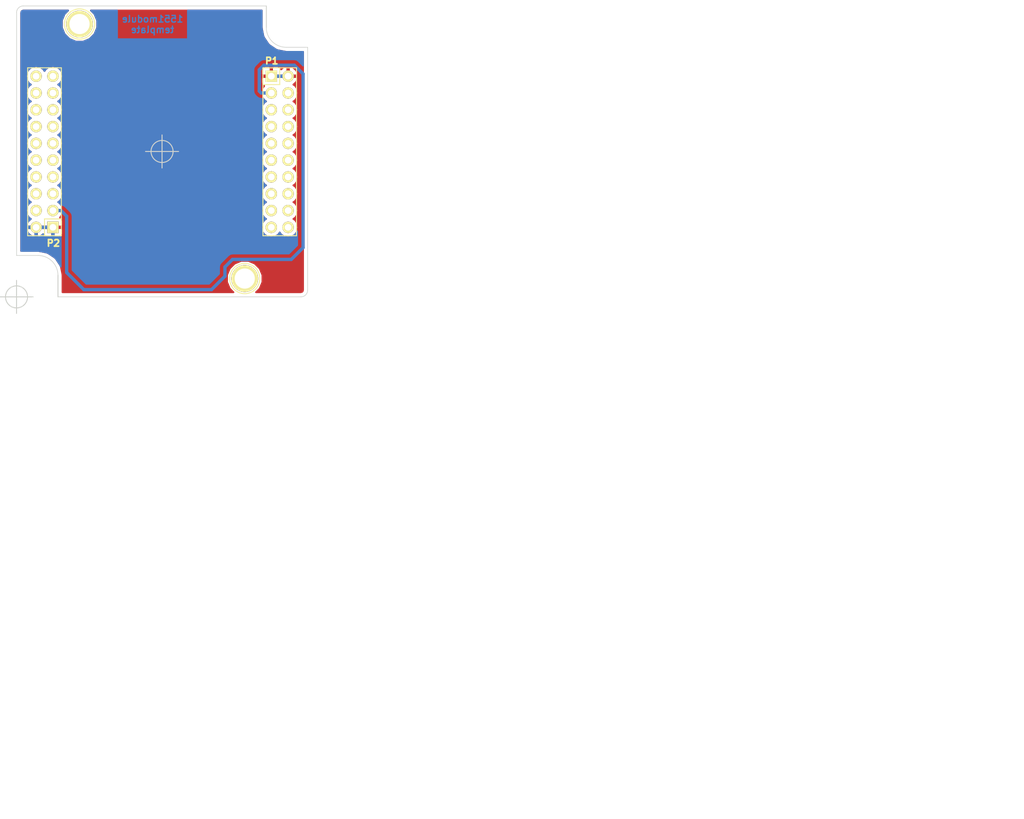
<source format=kicad_pcb>
(kicad_pcb (version 4) (host pcbnew "(2014-08-18 BZR 5081)-product")

  (general
    (links 4)
    (no_connects 0)
    (area 118.059999 71.462199 162.160001 115.562201)
    (thickness 1.6)
    (drawings 25)
    (tracks 26)
    (zones 0)
    (modules 4)
    (nets 3)
  )

  (page A4)
  (layers
    (0 F.Cu signal)
    (31 B.Cu signal)
    (32 B.Adhes user)
    (33 F.Adhes user)
    (34 B.Paste user)
    (35 F.Paste user)
    (36 B.SilkS user)
    (37 F.SilkS user)
    (38 B.Mask user)
    (39 F.Mask user)
    (40 Dwgs.User user)
    (41 Cmts.User user)
    (42 Eco1.User user)
    (43 Eco2.User user)
    (44 Edge.Cuts user)
    (45 Margin user)
  )

  (setup
    (last_trace_width 0.254)
    (user_trace_width 0.3)
    (user_trace_width 0.5)
    (user_trace_width 1)
    (trace_clearance 0.254)
    (zone_clearance 0.508)
    (zone_45_only no)
    (trace_min 0.254)
    (segment_width 0.2)
    (edge_width 0.15)
    (via_size 0.889)
    (via_drill 0.635)
    (via_min_size 0.889)
    (via_min_drill 0.3)
    (user_via 0.9 0.3)
    (uvia_size 0.508)
    (uvia_drill 0.127)
    (uvias_allowed no)
    (uvia_min_size 0.508)
    (uvia_min_drill 0.127)
    (pcb_text_width 0.3)
    (pcb_text_size 1 1)
    (mod_edge_width 0.15)
    (mod_text_size 1 1)
    (mod_text_width 0.2)
    (pad_size 4.064 4.064)
    (pad_drill 3.048)
    (pad_to_mask_clearance 0.1)
    (solder_mask_min_width 0.075)
    (aux_axis_origin 0 0)
    (visible_elements FFFFFF7F)
    (pcbplotparams
      (layerselection 0x010f8_80000001)
      (usegerberextensions true)
      (excludeedgelayer true)
      (linewidth 0.100000)
      (plotframeref false)
      (viasonmask false)
      (mode 1)
      (useauxorigin false)
      (hpglpennumber 1)
      (hpglpenspeed 20)
      (hpglpendiameter 15)
      (hpglpenoverlay 2)
      (psnegative false)
      (psa4output false)
      (plotreference true)
      (plotvalue false)
      (plotinvisibletext false)
      (padsonsilk false)
      (subtractmaskfromsilk false)
      (outputformat 1)
      (mirror false)
      (drillshape 0)
      (scaleselection 1)
      (outputdirectory ../Gerberfiles/Plot140916/))
  )

  (net 0 "")
  (net 1 GND)
  (net 2 /V_EXT)

  (net_class Default "Dies ist die voreingestellte Netzklasse."
    (clearance 0.254)
    (trace_width 0.254)
    (via_dia 0.889)
    (via_drill 0.635)
    (uvia_dia 0.508)
    (uvia_drill 0.127)
    (add_net /V_EXT)
    (add_net GND)
  )

  (module Pin_Headers:Pin_Header_Straight_2x10 locked (layer F.Cu) (tedit 54800425) (tstamp 5415F7D3)
    (at 122.33 93.57 90)
    (descr "Through hole pin header")
    (tags "pin header")
    (path /5413C067)
    (fp_text reference P2 (at -13.83 1.34 180) (layer F.SilkS)
      (effects (font (size 1 1) (thickness 0.25)))
    )
    (fp_text value CONN_02X10 (at 0 0 90) (layer F.SilkS) hide
      (effects (font (size 0.5 0.5) (thickness 0.1)))
    )
    (fp_line (start 12.7 -2.54) (end -12.7 -2.54) (layer F.SilkS) (width 0.15))
    (fp_line (start -10.16 2.54) (end 12.7 2.54) (layer F.SilkS) (width 0.15))
    (fp_line (start 12.7 -2.54) (end 12.7 2.54) (layer F.SilkS) (width 0.15))
    (fp_line (start -12.7 -2.54) (end -12.7 0) (layer F.SilkS) (width 0.15))
    (fp_line (start -12.7 2.54) (end -10.16 2.54) (layer F.SilkS) (width 0.15))
    (fp_line (start -12.7 0) (end -10.16 0) (layer F.SilkS) (width 0.15))
    (fp_line (start -10.16 0) (end -10.16 2.54) (layer F.SilkS) (width 0.15))
    (fp_line (start -12.7 2.54) (end -12.7 0) (layer F.SilkS) (width 0.15))
    (pad 1 thru_hole rect (at -11.43 1.27 90) (size 1.7272 1.7272) (drill 1.016) (layers *.Cu *.Mask F.SilkS)
      (net 1 GND))
    (pad 2 thru_hole oval (at -11.43 -1.27 90) (size 1.7272 1.7272) (drill 1.016) (layers *.Cu *.Mask F.SilkS)
      (net 1 GND))
    (pad 3 thru_hole oval (at -8.89 1.27 90) (size 1.7272 1.7272) (drill 1.016) (layers *.Cu *.Mask F.SilkS)
      (net 2 /V_EXT))
    (pad 4 thru_hole oval (at -8.89 -1.27 90) (size 1.7272 1.7272) (drill 1.016) (layers *.Cu *.Mask F.SilkS))
    (pad 5 thru_hole oval (at -6.35 1.27 90) (size 1.7272 1.7272) (drill 1.016) (layers *.Cu *.Mask F.SilkS))
    (pad 6 thru_hole oval (at -6.35 -1.27 90) (size 1.7272 1.7272) (drill 1.016) (layers *.Cu *.Mask F.SilkS))
    (pad 7 thru_hole oval (at -3.81 1.27 90) (size 1.7272 1.7272) (drill 1.016) (layers *.Cu *.Mask F.SilkS))
    (pad 8 thru_hole oval (at -3.81 -1.27 90) (size 1.7272 1.7272) (drill 1.016) (layers *.Cu *.Mask F.SilkS))
    (pad 9 thru_hole oval (at -1.27 1.27 90) (size 1.7272 1.7272) (drill 1.016) (layers *.Cu *.Mask F.SilkS))
    (pad 10 thru_hole oval (at -1.27 -1.27 90) (size 1.7272 1.7272) (drill 1.016) (layers *.Cu *.Mask F.SilkS))
    (pad 11 thru_hole oval (at 1.27 1.27 90) (size 1.7272 1.7272) (drill 1.016) (layers *.Cu *.Mask F.SilkS))
    (pad 12 thru_hole oval (at 1.27 -1.27 90) (size 1.7272 1.7272) (drill 1.016) (layers *.Cu *.Mask F.SilkS))
    (pad 13 thru_hole oval (at 3.81 1.27 90) (size 1.7272 1.7272) (drill 1.016) (layers *.Cu *.Mask F.SilkS))
    (pad 14 thru_hole oval (at 3.81 -1.27 90) (size 1.7272 1.7272) (drill 1.016) (layers *.Cu *.Mask F.SilkS))
    (pad 15 thru_hole oval (at 6.35 1.27 90) (size 1.7272 1.7272) (drill 1.016) (layers *.Cu *.Mask F.SilkS))
    (pad 16 thru_hole oval (at 6.35 -1.27 90) (size 1.7272 1.7272) (drill 1.016) (layers *.Cu *.Mask F.SilkS))
    (pad 17 thru_hole oval (at 8.89 1.27 90) (size 1.7272 1.7272) (drill 1.016) (layers *.Cu *.Mask F.SilkS))
    (pad 18 thru_hole oval (at 8.89 -1.27 90) (size 1.7272 1.7272) (drill 1.016) (layers *.Cu *.Mask F.SilkS))
    (pad 19 thru_hole oval (at 11.43 1.27 90) (size 1.7272 1.7272) (drill 1.016) (layers *.Cu *.Mask F.SilkS))
    (pad 20 thru_hole oval (at 11.43 -1.27 90) (size 1.7272 1.7272) (drill 1.016) (layers *.Cu *.Mask F.SilkS))
    (model Pin_Headers/Pin_Header_Straight_2x10.wrl
      (at (xyz 0 0 0))
      (scale (xyz 1 1 1))
      (rotate (xyz 0 0 0))
    )
  )

  (module Pin_Headers:Pin_Header_Straight_2x10 locked (layer F.Cu) (tedit 54800348) (tstamp 5415F9EC)
    (at 157.89 93.57 270)
    (descr "Through hole pin header")
    (tags "pin header")
    (path /5413B847)
    (fp_text reference P1 (at -13.745 1.21 360) (layer F.SilkS)
      (effects (font (size 1 1) (thickness 0.25)))
    )
    (fp_text value CONN_02X10 (at 0 0 270) (layer F.SilkS) hide
      (effects (font (size 0.5 0.5) (thickness 0.1)))
    )
    (fp_line (start 12.7 -2.54) (end -12.7 -2.54) (layer F.SilkS) (width 0.15))
    (fp_line (start -10.16 2.54) (end 12.7 2.54) (layer F.SilkS) (width 0.15))
    (fp_line (start 12.7 -2.54) (end 12.7 2.54) (layer F.SilkS) (width 0.15))
    (fp_line (start -12.7 -2.54) (end -12.7 0) (layer F.SilkS) (width 0.15))
    (fp_line (start -12.7 2.54) (end -10.16 2.54) (layer F.SilkS) (width 0.15))
    (fp_line (start -12.7 0) (end -10.16 0) (layer F.SilkS) (width 0.15))
    (fp_line (start -10.16 0) (end -10.16 2.54) (layer F.SilkS) (width 0.15))
    (fp_line (start -12.7 2.54) (end -12.7 0) (layer F.SilkS) (width 0.15))
    (pad 1 thru_hole rect (at -11.43 1.27 270) (size 1.7272 1.7272) (drill 1.016) (layers *.Cu *.Mask F.SilkS)
      (net 1 GND))
    (pad 2 thru_hole oval (at -11.43 -1.27 270) (size 1.7272 1.7272) (drill 1.016) (layers *.Cu *.Mask F.SilkS)
      (net 1 GND))
    (pad 3 thru_hole oval (at -8.89 1.27 270) (size 1.7272 1.7272) (drill 1.016) (layers *.Cu *.Mask F.SilkS)
      (net 2 /V_EXT))
    (pad 4 thru_hole oval (at -8.89 -1.27 270) (size 1.7272 1.7272) (drill 1.016) (layers *.Cu *.Mask F.SilkS))
    (pad 5 thru_hole oval (at -6.35 1.27 270) (size 1.7272 1.7272) (drill 1.016) (layers *.Cu *.Mask F.SilkS))
    (pad 6 thru_hole oval (at -6.35 -1.27 270) (size 1.7272 1.7272) (drill 1.016) (layers *.Cu *.Mask F.SilkS))
    (pad 7 thru_hole oval (at -3.81 1.27 270) (size 1.7272 1.7272) (drill 1.016) (layers *.Cu *.Mask F.SilkS))
    (pad 8 thru_hole oval (at -3.81 -1.27 270) (size 1.7272 1.7272) (drill 1.016) (layers *.Cu *.Mask F.SilkS))
    (pad 9 thru_hole oval (at -1.27 1.27 270) (size 1.7272 1.7272) (drill 1.016) (layers *.Cu *.Mask F.SilkS))
    (pad 10 thru_hole oval (at -1.27 -1.27 270) (size 1.7272 1.7272) (drill 1.016) (layers *.Cu *.Mask F.SilkS))
    (pad 11 thru_hole oval (at 1.27 1.27 270) (size 1.7272 1.7272) (drill 1.016) (layers *.Cu *.Mask F.SilkS))
    (pad 12 thru_hole oval (at 1.27 -1.27 270) (size 1.7272 1.7272) (drill 1.016) (layers *.Cu *.Mask F.SilkS))
    (pad 13 thru_hole oval (at 3.81 1.27 270) (size 1.7272 1.7272) (drill 1.016) (layers *.Cu *.Mask F.SilkS))
    (pad 14 thru_hole oval (at 3.81 -1.27 270) (size 1.7272 1.7272) (drill 1.016) (layers *.Cu *.Mask F.SilkS))
    (pad 15 thru_hole oval (at 6.35 1.27 270) (size 1.7272 1.7272) (drill 1.016) (layers *.Cu *.Mask F.SilkS))
    (pad 16 thru_hole oval (at 6.35 -1.27 270) (size 1.7272 1.7272) (drill 1.016) (layers *.Cu *.Mask F.SilkS))
    (pad 17 thru_hole oval (at 8.89 1.27 270) (size 1.7272 1.7272) (drill 1.016) (layers *.Cu *.Mask F.SilkS))
    (pad 18 thru_hole oval (at 8.89 -1.27 270) (size 1.7272 1.7272) (drill 1.016) (layers *.Cu *.Mask F.SilkS))
    (pad 19 thru_hole oval (at 11.43 1.27 270) (size 1.7272 1.7272) (drill 1.016) (layers *.Cu *.Mask F.SilkS))
    (pad 20 thru_hole oval (at 11.43 -1.27 270) (size 1.7272 1.7272) (drill 1.016) (layers *.Cu *.Mask F.SilkS))
    (model Pin_Headers/Pin_Header_Straight_2x10.wrl
      (at (xyz 0 0 0))
      (scale (xyz 1 1 1))
      (rotate (xyz 0 0 0))
    )
  )

  (module Connect:1pin locked (layer F.Cu) (tedit 54926EA6) (tstamp 5480011B)
    (at 127.625 74.25)
    (descr "module 1 pin (ou trou mecanique de percage)")
    (tags DEV)
    (fp_text reference X1 (at 3.85 -1.45) (layer F.SilkS) hide
      (effects (font (size 1 1) (thickness 0.25)))
    )
    (fp_text value P*** (at 0 2.794) (layer F.SilkS) hide
      (effects (font (size 1.016 1.016) (thickness 0.254)))
    )
    (fp_circle (center 0 0) (end 0 -2.286) (layer F.SilkS) (width 0.15))
    (pad 1 thru_hole circle (at 0 0) (size 4.064 4.064) (drill 3.048) (layers *.Cu *.Mask F.SilkS))
  )

  (module Connect:1pin locked (layer F.Cu) (tedit 54926EAC) (tstamp 54800146)
    (at 152.6 112.75)
    (descr "module 1 pin (ou trou mecanique de percage)")
    (tags DEV)
    (fp_text reference X2 (at 3.7 1.5) (layer F.SilkS) hide
      (effects (font (size 1 1) (thickness 0.25)))
    )
    (fp_text value P*** (at 0 2.794) (layer F.SilkS) hide
      (effects (font (size 1.016 1.016) (thickness 0.254)))
    )
    (fp_circle (center 0 0) (end 0 -2.286) (layer F.SilkS) (width 0.15))
    (pad 2 thru_hole circle (at 0 0) (size 4.064 4.064) (drill 3.048) (layers *.Cu *.Mask F.SilkS))
  )

  (dimension 17.800018 (width 0.25) (layer Dwgs.User)
    (gr_text "17,800 mm" (at 149.048753 128.249897 0.08047154753) (layer Dwgs.User)
      (effects (font (size 1 1) (thickness 0.25)))
    )
    (feature1 (pts (xy 140.1 93.55) (xy 140.150158 129.262396)))
    (feature2 (pts (xy 157.9 93.525) (xy 157.950158 129.237396)))
    (crossbar (pts (xy 157.947349 127.237398) (xy 140.147349 127.262398)))
    (arrow1a (pts (xy 140.147349 127.262398) (xy 141.273028 126.674396)))
    (arrow1b (pts (xy 140.147349 127.262398) (xy 141.274675 127.847236)))
    (arrow2a (pts (xy 157.947349 127.237398) (xy 156.820023 126.65256)))
    (arrow2b (pts (xy 157.947349 127.237398) (xy 156.82167 127.8254)))
  )
  (dimension 35.575 (width 0.25) (layer Dwgs.User)
    (gr_text "35,575 mm" (at 140.1125 133.725) (layer Dwgs.User)
      (effects (font (size 1 1) (thickness 0.25)))
    )
    (feature1 (pts (xy 122.325 93.55) (xy 122.325 134.725)))
    (feature2 (pts (xy 157.9 93.55) (xy 157.9 134.725)))
    (crossbar (pts (xy 157.9 132.725) (xy 122.325 132.725)))
    (arrow1a (pts (xy 122.325 132.725) (xy 123.451504 132.138579)))
    (arrow1b (pts (xy 122.325 132.725) (xy 123.451504 133.311421)))
    (arrow2a (pts (xy 157.9 132.725) (xy 156.773496 132.138579)))
    (arrow2b (pts (xy 157.9 132.725) (xy 156.773496 133.311421)))
  )
  (gr_text 16.12.2014 (at 214.825 193.1) (layer Dwgs.User)
    (effects (font (size 2 2) (thickness 0.15)))
  )
  (gr_text 0 (at 269.45 192.975) (layer Dwgs.User)
    (effects (font (size 2 2) (thickness 0.15)))
  )
  (gr_text "AT90S8535 Control Board" (at 205.525 189.575) (layer Dwgs.User)
    (effects (font (size 2 2) (thickness 0.15)))
  )
  (target plus (at 140.1 93.525) (size 5) (width 0.15) (layer Edge.Cuts))
  (target plus (at 118.1 115.525) (size 5) (width 0.15) (layer Edge.Cuts))
  (gr_text "BR2015\nRev 0" (at 122.05 79.6 90) (layer F.Cu)
    (effects (font (size 1 1) (thickness 0.2)) (justify left))
  )
  (gr_text "1551module\ntemplate" (at 138.65 74.3) (layer B.Cu)
    (effects (font (size 1 1) (thickness 0.2)) (justify mirror))
  )
  (gr_arc (start 161.11 114.5122) (end 161.11 115.5122) (angle -90) (layer Edge.Cuts) (width 0.1) (tstamp 5415F2DA))
  (gr_line (start 162.11 114.5122) (end 162.11 77.7622) (layer Edge.Cuts) (width 0.1) (tstamp 5415F2DB))
  (gr_line (start 124.36 115.5122) (end 161.11 115.5122) (layer Edge.Cuts) (width 0.1) (tstamp 5415F2D7))
  (gr_arc (start 119.11 72.5122) (end 119.11 71.5122) (angle -90) (layer Edge.Cuts) (width 0.1) (tstamp 5415F2D2))
  (gr_line (start 118.11 72.5122) (end 118.11 109.2622) (layer Edge.Cuts) (width 0.1) (tstamp 5415F2D3))
  (gr_line (start 155.86 71.5122) (end 119.11 71.5122) (layer Edge.Cuts) (width 0.1) (tstamp 5415F2D5))
  (gr_arc (start 158.86 74.7622) (end 155.86 74.7622) (angle -90) (layer Edge.Cuts) (width 0.1) (tstamp 5415F2CE))
  (gr_arc (start 121.36 112.2622) (end 124.36 112.2622) (angle -89.9999992) (layer Edge.Cuts) (width 0.1) (tstamp 5415F2D4))
  (gr_line (start 124.36 115.5122) (end 124.36 112.2622) (layer Edge.Cuts) (width 0.1) (tstamp 5415F2DD))
  (gr_line (start 118.11 109.2622) (end 121.36 109.2622) (layer Edge.Cuts) (width 0.1) (tstamp 5415F2D6))
  (gr_line (start 124.36 115.5122) (end 124.36 112.2622) (layer Edge.Cuts) (width 0.1) (tstamp 5415F2DC))
  (gr_line (start 124.36 115.5122) (end 124.36 112.2622) (layer Edge.Cuts) (width 0.1) (tstamp 5415F2D9))
  (gr_line (start 162.11 77.7622) (end 158.86 77.7622) (layer Edge.Cuts) (width 0.1) (tstamp 5415F2DE))
  (gr_line (start 155.86 71.5122) (end 155.86 74.7622) (layer Edge.Cuts) (width 0.1) (tstamp 5415F2CF))
  (gr_line (start 155.86 71.5122) (end 155.86 74.7622) (layer Edge.Cuts) (width 0.1) (tstamp 5415F2CD))
  (gr_line (start 155.86 71.5122) (end 155.86 74.7622) (layer Edge.Cuts) (width 0.1) (tstamp 5415F2D1))

  (segment (start 123.38 99.92) (end 123.38 99.62) (width 0.254) (layer F.Cu) (net 0) (status 30))
  (segment (start 123.38 99.92) (end 123.38 99.244) (width 0.254) (layer F.Cu) (net 0) (status 30))
  (segment (start 123.38 97.38) (end 123.38 96.704) (width 0.254) (layer F.Cu) (net 0) (status 30))
  (segment (start 123.38 94.84) (end 123.38 94.164) (width 0.254) (layer F.Cu) (net 0) (status 30))
  (segment (start 123.38 92.3) (end 123.38 91.624) (width 0.254) (layer F.Cu) (net 0) (status 30))
  (segment (start 124.09 90.25) (end 123.6 89.76) (width 0.254) (layer F.Cu) (net 0) (status 30))
  (segment (start 123.38 89.76) (end 123.38 89.084) (width 0.254) (layer F.Cu) (net 0) (status 30))
  (segment (start 156.5 89.425) (end 156.5 89.64) (width 0.254) (layer F.Cu) (net 0) (status 30))
  (segment (start 156.5 89.64) (end 156.62 89.76) (width 0.254) (layer F.Cu) (net 0) (status 30))
  (segment (start 124.821314 102.46) (end 125.677835 103.316521) (width 0.5) (layer B.Cu) (net 2))
  (segment (start 123.6 102.46) (end 124.821314 102.46) (width 0.5) (layer B.Cu) (net 2) (status 10))
  (segment (start 125.677835 111.834835) (end 128.27 114.427) (width 0.5) (layer B.Cu) (net 2))
  (segment (start 125.677835 103.316521) (end 125.677835 111.834835) (width 0.5) (layer B.Cu) (net 2))
  (segment (start 149.606 112.395) (end 149.606 110.998) (width 0.5) (layer B.Cu) (net 2))
  (segment (start 147.574 114.427) (end 149.606 112.395) (width 0.5) (layer B.Cu) (net 2))
  (segment (start 155.491 80.475) (end 154.8 81.166) (width 0.5) (layer B.Cu) (net 2))
  (segment (start 128.27 114.427) (end 147.574 114.427) (width 0.5) (layer B.Cu) (net 2))
  (segment (start 160.104 80.475) (end 155.491 80.475) (width 0.5) (layer B.Cu) (net 2))
  (segment (start 149.606 110.998) (end 150.749 109.855) (width 0.5) (layer B.Cu) (net 2))
  (segment (start 150.749 109.855) (end 159.639 109.855) (width 0.5) (layer B.Cu) (net 2))
  (segment (start 159.639 109.855) (end 161.417 108.077) (width 0.5) (layer B.Cu) (net 2))
  (segment (start 161.417 108.077) (end 161.417 81.788) (width 0.5) (layer B.Cu) (net 2))
  (segment (start 161.417 81.788) (end 160.104 80.475) (width 0.5) (layer B.Cu) (net 2))
  (segment (start 154.8 81.166) (end 154.8 84.4) (width 0.5) (layer B.Cu) (net 2))
  (segment (start 154.8 84.4) (end 155.08 84.68) (width 0.5) (layer B.Cu) (net 2))
  (segment (start 155.08 84.68) (end 156.62 84.68) (width 0.5) (layer B.Cu) (net 2) (status 20))

  (zone (net 1) (net_name GND) (layer B.Cu) (tstamp 541672C0) (hatch edge 0.508)
    (connect_pads (clearance 0.508))
    (min_thickness 0.254)
    (fill yes (arc_segments 16) (thermal_gap 0.508) (thermal_bridge_width 0.508))
    (polygon
      (pts
        (xy 163.449 116.205) (xy 117.602 116.205) (xy 117.602 70.612) (xy 163.449 70.612)
      )
    )
    (filled_polygon
      (pts
        (xy 159.307 82.267) (xy 159.287 82.267) (xy 159.287 82.287) (xy 159.033 82.287) (xy 159.033 82.267)
        (xy 157.95985 82.267) (xy 157.825531 82.267) (xy 156.747 82.267) (xy 156.747 82.287) (xy 156.493 82.287)
        (xy 156.493 82.267) (xy 156.473 82.267) (xy 156.473 82.013) (xy 156.493 82.013) (xy 156.493 81.993)
        (xy 156.747 81.993) (xy 156.747 82.013) (xy 157.825531 82.013) (xy 157.95985 82.013) (xy 159.033 82.013)
        (xy 159.033 81.993) (xy 159.287 81.993) (xy 159.287 82.013) (xy 159.307 82.013) (xy 159.307 82.267)
      )
    )
    (filled_polygon
      (pts
        (xy 161.425 80.54442) (xy 160.72979 79.84921) (xy 160.442675 79.657367) (xy 160.386484 79.646189) (xy 160.104 79.589999)
        (xy 160.103994 79.59) (xy 155.491005 79.59) (xy 155.491 79.589999) (xy 155.152326 79.657366) (xy 155.057054 79.721024)
        (xy 154.86521 79.84921) (xy 154.865207 79.849213) (xy 154.17421 80.54021) (xy 153.982367 80.827325) (xy 153.971189 80.883515)
        (xy 153.914999 81.166) (xy 153.915 81.166005) (xy 153.915 84.399994) (xy 153.914999 84.4) (xy 153.971189 84.682484)
        (xy 153.982367 84.738675) (xy 154.17421 85.02579) (xy 154.454207 85.305786) (xy 154.45421 85.30579) (xy 154.454211 85.30579)
        (xy 154.741325 85.497633) (xy 154.741326 85.497633) (xy 154.797515 85.50881) (xy 155.08 85.565001) (xy 155.08 85.565)
        (xy 155.080005 85.565) (xy 155.424002 85.565) (xy 155.56033 85.769029) (xy 155.831172 85.95) (xy 155.56033 86.130971)
        (xy 155.235474 86.617152) (xy 155.1214 87.190641) (xy 155.1214 87.249359) (xy 155.235474 87.822848) (xy 155.56033 88.309029)
        (xy 155.831172 88.49) (xy 155.56033 88.670971) (xy 155.235474 89.157152) (xy 155.1214 89.730641) (xy 155.1214 89.789359)
        (xy 155.235474 90.362848) (xy 155.56033 90.849029) (xy 155.831172 91.03) (xy 155.56033 91.210971) (xy 155.235474 91.697152)
        (xy 155.1214 92.270641) (xy 155.1214 92.329359) (xy 155.235474 92.902848) (xy 155.56033 93.389029) (xy 155.831172 93.57)
        (xy 155.56033 93.750971) (xy 155.235474 94.237152) (xy 155.1214 94.810641) (xy 155.1214 94.869359) (xy 155.235474 95.442848)
        (xy 155.56033 95.929029) (xy 155.831172 96.11) (xy 155.56033 96.290971) (xy 155.235474 96.777152) (xy 155.1214 97.350641)
        (xy 155.1214 97.409359) (xy 155.235474 97.982848) (xy 155.56033 98.469029) (xy 155.831172 98.65) (xy 155.56033 98.830971)
        (xy 155.235474 99.317152) (xy 155.1214 99.890641) (xy 155.1214 99.949359) (xy 155.235474 100.522848) (xy 155.56033 101.009029)
        (xy 155.831172 101.19) (xy 155.56033 101.370971) (xy 155.235474 101.857152) (xy 155.1214 102.430641) (xy 155.1214 102.489359)
        (xy 155.235474 103.062848) (xy 155.56033 103.549029) (xy 155.831172 103.73) (xy 155.56033 103.910971) (xy 155.235474 104.397152)
        (xy 155.1214 104.970641) (xy 155.1214 105.029359) (xy 155.235474 105.602848) (xy 155.56033 106.089029) (xy 156.046511 106.413885)
        (xy 156.62 106.527959) (xy 157.193489 106.413885) (xy 157.67967 106.089029) (xy 157.89 105.774248) (xy 158.10033 106.089029)
        (xy 158.586511 106.413885) (xy 159.16 106.527959) (xy 159.733489 106.413885) (xy 160.21967 106.089029) (xy 160.532 105.621594)
        (xy 160.532 107.71042) (xy 159.27242 108.97) (xy 150.749005 108.97) (xy 150.749 108.969999) (xy 150.410325 109.037367)
        (xy 150.12321 109.22921) (xy 150.123207 109.229213) (xy 148.98021 110.37221) (xy 148.788367 110.659325) (xy 148.777189 110.715515)
        (xy 148.720999 110.998) (xy 148.721 110.998005) (xy 148.721 112.02842) (xy 147.20742 113.542) (xy 128.636579 113.542)
        (xy 126.562835 111.468255) (xy 126.562835 103.316526) (xy 126.562835 103.316521) (xy 126.562836 103.316521) (xy 126.495469 102.977847)
        (xy 126.495468 102.977846) (xy 126.43181 102.882575) (xy 126.303625 102.690732) (xy 126.303625 102.690731) (xy 126.303621 102.690728)
        (xy 125.447104 101.83421) (xy 125.159989 101.642367) (xy 125.103798 101.631189) (xy 124.821314 101.574999) (xy 124.821308 101.575)
        (xy 124.795997 101.575) (xy 124.65967 101.370971) (xy 124.388827 101.19) (xy 124.65967 101.009029) (xy 124.984526 100.522848)
        (xy 125.0986 99.949359) (xy 125.0986 99.890641) (xy 124.984526 99.317152) (xy 124.65967 98.830971) (xy 124.388827 98.65)
        (xy 124.65967 98.469029) (xy 124.984526 97.982848) (xy 125.0986 97.409359) (xy 125.0986 97.350641) (xy 124.984526 96.777152)
        (xy 124.65967 96.290971) (xy 124.388827 96.11) (xy 124.65967 95.929029) (xy 124.984526 95.442848) (xy 125.0986 94.869359)
        (xy 125.0986 94.810641) (xy 124.984526 94.237152) (xy 124.65967 93.750971) (xy 124.388827 93.57) (xy 124.65967 93.389029)
        (xy 124.984526 92.902848) (xy 125.0986 92.329359) (xy 125.0986 92.270641) (xy 124.984526 91.697152) (xy 124.65967 91.210971)
        (xy 124.388827 91.03) (xy 124.65967 90.849029) (xy 124.984526 90.362848) (xy 125.0986 89.789359) (xy 125.0986 89.730641)
        (xy 124.984526 89.157152) (xy 124.65967 88.670971) (xy 124.388827 88.49) (xy 124.65967 88.309029) (xy 124.984526 87.822848)
        (xy 125.0986 87.249359) (xy 125.0986 87.190641) (xy 124.984526 86.617152) (xy 124.65967 86.130971) (xy 124.388827 85.95)
        (xy 124.65967 85.769029) (xy 124.984526 85.282848) (xy 125.0986 84.709359) (xy 125.0986 84.650641) (xy 124.984526 84.077152)
        (xy 124.65967 83.590971) (xy 124.388827 83.41) (xy 124.65967 83.229029) (xy 124.984526 82.742848) (xy 125.0986 82.169359)
        (xy 125.0986 82.110641) (xy 124.984526 81.537152) (xy 124.65967 81.050971) (xy 124.173489 80.726115) (xy 123.6 80.612041)
        (xy 123.026511 80.726115) (xy 122.54033 81.050971) (xy 122.33 81.365751) (xy 122.11967 81.050971) (xy 121.633489 80.726115)
        (xy 121.06 80.612041) (xy 120.486511 80.726115) (xy 120.00033 81.050971) (xy 119.675474 81.537152) (xy 119.5614 82.110641)
        (xy 119.5614 82.169359) (xy 119.675474 82.742848) (xy 120.00033 83.229029) (xy 120.271172 83.41) (xy 120.00033 83.590971)
        (xy 119.675474 84.077152) (xy 119.5614 84.650641) (xy 119.5614 84.709359) (xy 119.675474 85.282848) (xy 120.00033 85.769029)
        (xy 120.271172 85.95) (xy 120.00033 86.130971) (xy 119.675474 86.617152) (xy 119.5614 87.190641) (xy 119.5614 87.249359)
        (xy 119.675474 87.822848) (xy 120.00033 88.309029) (xy 120.271172 88.49) (xy 120.00033 88.670971) (xy 119.675474 89.157152)
        (xy 119.5614 89.730641) (xy 119.5614 89.789359) (xy 119.675474 90.362848) (xy 120.00033 90.849029) (xy 120.271172 91.03)
        (xy 120.00033 91.210971) (xy 119.675474 91.697152) (xy 119.5614 92.270641) (xy 119.5614 92.329359) (xy 119.675474 92.902848)
        (xy 120.00033 93.389029) (xy 120.271172 93.57) (xy 120.00033 93.750971) (xy 119.675474 94.237152) (xy 119.5614 94.810641)
        (xy 119.5614 94.869359) (xy 119.675474 95.442848) (xy 120.00033 95.929029) (xy 120.271172 96.11) (xy 120.00033 96.290971)
        (xy 119.675474 96.777152) (xy 119.5614 97.350641) (xy 119.5614 97.409359) (xy 119.675474 97.982848) (xy 120.00033 98.469029)
        (xy 120.271172 98.65) (xy 120.00033 98.830971) (xy 119.675474 99.317152) (xy 119.5614 99.890641) (xy 119.5614 99.949359)
        (xy 119.675474 100.522848) (xy 120.00033 101.009029) (xy 120.271172 101.19) (xy 120.00033 101.370971) (xy 119.675474 101.857152)
        (xy 119.5614 102.430641) (xy 119.5614 102.489359) (xy 119.675474 103.062848) (xy 120.00033 103.549029) (xy 120.27116 103.729992)
        (xy 119.853179 104.11151) (xy 119.605032 104.640973) (xy 119.725531 104.873) (xy 120.933 104.873) (xy 120.933 104.853)
        (xy 121.187 104.853) (xy 121.187 104.873) (xy 122.26015 104.873) (xy 122.394469 104.873) (xy 123.473 104.873)
        (xy 123.473 104.853) (xy 123.727 104.853) (xy 123.727 104.873) (xy 123.747 104.873) (xy 123.747 105.127)
        (xy 123.727 105.127) (xy 123.727 106.33985) (xy 123.88575 106.4986) (xy 124.337291 106.4986) (xy 124.58991 106.4986)
        (xy 124.792835 106.414545) (xy 124.792835 110.954821) (xy 124.731152 110.805908) (xy 124.701195 110.733585) (xy 124.701195 110.733584)
        (xy 124.050876 109.760315) (xy 124.050876 109.760314) (xy 123.956381 109.665819) (xy 123.861886 109.571323) (xy 123.473 109.311477)
        (xy 123.473 106.33985) (xy 123.473 105.127) (xy 122.394469 105.127) (xy 122.26015 105.127) (xy 121.187 105.127)
        (xy 121.187 106.333817) (xy 121.419026 106.454958) (xy 121.834947 106.282688) (xy 122.116299 106.02588) (xy 122.198073 106.223298)
        (xy 122.376701 106.401927) (xy 122.61009 106.4986) (xy 122.862709 106.4986) (xy 123.31425 106.4986) (xy 123.473 106.33985)
        (xy 123.473 109.311477) (xy 122.888616 108.921005) (xy 122.641687 108.818723) (xy 121.493637 108.590362) (xy 121.42617 108.590362)
        (xy 121.36 108.5772) (xy 120.933 108.5772) (xy 120.933 106.333817) (xy 120.933 105.127) (xy 119.725531 105.127)
        (xy 119.605032 105.359027) (xy 119.853179 105.88849) (xy 120.285053 106.282688) (xy 120.700974 106.454958) (xy 120.933 106.333817)
        (xy 120.933 108.5772) (xy 118.795 108.5772) (xy 118.795 72.579665) (xy 118.831375 72.39679) (xy 118.896751 72.298949)
        (xy 118.99459 72.233576) (xy 119.177465 72.1972) (xy 125.906381 72.1972) (xy 125.365345 72.737293) (xy 124.958464 73.717173)
        (xy 124.957538 74.778172) (xy 125.362709 75.758761) (xy 126.112293 76.509655) (xy 127.092173 76.916536) (xy 128.153172 76.917462)
        (xy 129.133761 76.512291) (xy 129.884655 75.762707) (xy 130.291536 74.782827) (xy 130.292462 73.721828) (xy 129.887291 72.741239)
        (xy 129.344201 72.1972) (xy 133.295952 72.1972) (xy 133.295952 76.535) (xy 144.004048 76.535) (xy 144.004048 72.1972)
        (xy 155.175 72.1972) (xy 155.175 74.7622) (xy 155.188162 74.82837) (xy 155.188162 74.895837) (xy 155.416523 76.043887)
        (xy 155.518805 76.290816) (xy 156.169123 77.264086) (xy 156.263619 77.358581) (xy 156.358114 77.453076) (xy 156.358115 77.453076)
        (xy 157.331384 78.103395) (xy 157.331385 78.103395) (xy 157.403708 78.133352) (xy 157.578313 78.205677) (xy 158.726364 78.434038)
        (xy 158.793829 78.434037) (xy 158.86 78.4472) (xy 161.425 78.4472) (xy 161.425 80.54442)
      )
    )
  )
  (zone (net 1) (net_name GND) (layer F.Cu) (tstamp 54167312) (hatch edge 0.508)
    (connect_pads (clearance 0.508))
    (min_thickness 0.254)
    (fill yes (arc_segments 16) (thermal_gap 0.508) (thermal_bridge_width 0.508))
    (polygon
      (pts
        (xy 163.449 116.205) (xy 117.602 116.205) (xy 117.602 70.612) (xy 163.449 70.612)
      )
    )
    (filled_polygon
      (pts
        (xy 161.425 114.444734) (xy 161.388623 114.627609) (xy 161.32325 114.725448) (xy 161.225409 114.790824) (xy 161.042534 114.8272)
        (xy 160.6586 114.8272) (xy 160.6586 105.029359) (xy 160.6586 104.970641) (xy 160.544526 104.397152) (xy 160.21967 103.910971)
        (xy 159.948827 103.73) (xy 160.21967 103.549029) (xy 160.544526 103.062848) (xy 160.6586 102.489359) (xy 160.6586 102.430641)
        (xy 160.544526 101.857152) (xy 160.21967 101.370971) (xy 159.948827 101.19) (xy 160.21967 101.009029) (xy 160.544526 100.522848)
        (xy 160.6586 99.949359) (xy 160.6586 99.890641) (xy 160.544526 99.317152) (xy 160.21967 98.830971) (xy 159.948827 98.65)
        (xy 160.21967 98.469029) (xy 160.544526 97.982848) (xy 160.6586 97.409359) (xy 160.6586 97.350641) (xy 160.544526 96.777152)
        (xy 160.21967 96.290971) (xy 159.948827 96.11) (xy 160.21967 95.929029) (xy 160.544526 95.442848) (xy 160.6586 94.869359)
        (xy 160.6586 94.810641) (xy 160.544526 94.237152) (xy 160.21967 93.750971) (xy 159.948827 93.57) (xy 160.21967 93.389029)
        (xy 160.544526 92.902848) (xy 160.6586 92.329359) (xy 160.6586 92.270641) (xy 160.544526 91.697152) (xy 160.21967 91.210971)
        (xy 159.948827 91.03) (xy 160.21967 90.849029) (xy 160.544526 90.362848) (xy 160.6586 89.789359) (xy 160.6586 89.730641)
        (xy 160.544526 89.157152) (xy 160.21967 88.670971) (xy 159.948827 88.49) (xy 160.21967 88.309029) (xy 160.544526 87.822848)
        (xy 160.6586 87.249359) (xy 160.6586 87.190641) (xy 160.544526 86.617152) (xy 160.21967 86.130971) (xy 159.948827 85.95)
        (xy 160.21967 85.769029) (xy 160.544526 85.282848) (xy 160.6586 84.709359) (xy 160.6586 84.650641) (xy 160.544526 84.077152)
        (xy 160.21967 83.590971) (xy 159.948839 83.410007) (xy 160.366821 83.02849) (xy 160.614968 82.499027) (xy 160.614968 81.780973)
        (xy 160.366821 81.25151) (xy 159.934947 80.857312) (xy 159.519026 80.685042) (xy 159.287 80.806183) (xy 159.287 82.013)
        (xy 160.494469 82.013) (xy 160.614968 81.780973) (xy 160.614968 82.499027) (xy 160.494469 82.267) (xy 159.287 82.267)
        (xy 159.287 82.287) (xy 159.033 82.287) (xy 159.033 82.267) (xy 159.033 82.013) (xy 159.033 80.806183)
        (xy 158.800974 80.685042) (xy 158.385053 80.857312) (xy 158.1037 81.114119) (xy 158.021927 80.916702) (xy 157.843299 80.738073)
        (xy 157.60991 80.6414) (xy 157.357291 80.6414) (xy 156.90575 80.6414) (xy 156.747 80.80015) (xy 156.747 82.013)
        (xy 157.825531 82.013) (xy 157.95985 82.013) (xy 159.033 82.013) (xy 159.033 82.267) (xy 157.95985 82.267)
        (xy 157.825531 82.267) (xy 156.747 82.267) (xy 156.747 82.287) (xy 156.493 82.287) (xy 156.493 82.267)
        (xy 156.493 82.013) (xy 156.493 80.80015) (xy 156.33425 80.6414) (xy 155.882709 80.6414) (xy 155.63009 80.6414)
        (xy 155.396701 80.738073) (xy 155.218073 80.916702) (xy 155.1214 81.150091) (xy 155.1214 81.85425) (xy 155.28015 82.013)
        (xy 156.493 82.013) (xy 156.493 82.267) (xy 155.28015 82.267) (xy 155.1214 82.42575) (xy 155.1214 83.129909)
        (xy 155.218073 83.363298) (xy 155.396701 83.541927) (xy 155.550526 83.605643) (xy 155.235474 84.077152) (xy 155.1214 84.650641)
        (xy 155.1214 84.709359) (xy 155.235474 85.282848) (xy 155.56033 85.769029) (xy 155.831172 85.95) (xy 155.56033 86.130971)
        (xy 155.235474 86.617152) (xy 155.1214 87.190641) (xy 155.1214 87.249359) (xy 155.235474 87.822848) (xy 155.56033 88.309029)
        (xy 155.831172 88.49) (xy 155.56033 88.670971) (xy 155.235474 89.157152) (xy 155.1214 89.730641) (xy 155.1214 89.789359)
        (xy 155.235474 90.362848) (xy 155.56033 90.849029) (xy 155.831172 91.03) (xy 155.56033 91.210971) (xy 155.235474 91.697152)
        (xy 155.1214 92.270641) (xy 155.1214 92.329359) (xy 155.235474 92.902848) (xy 155.56033 93.389029) (xy 155.831172 93.57)
        (xy 155.56033 93.750971) (xy 155.235474 94.237152) (xy 155.1214 94.810641) (xy 155.1214 94.869359) (xy 155.235474 95.442848)
        (xy 155.56033 95.929029) (xy 155.831172 96.11) (xy 155.56033 96.290971) (xy 155.235474 96.777152) (xy 155.1214 97.350641)
        (xy 155.1214 97.409359) (xy 155.235474 97.982848) (xy 155.56033 98.469029) (xy 155.831172 98.65) (xy 155.56033 98.830971)
        (xy 155.235474 99.317152) (xy 155.1214 99.890641) (xy 155.1214 99.949359) (xy 155.235474 100.522848) (xy 155.56033 101.009029)
        (xy 155.831172 101.19) (xy 155.56033 101.370971) (xy 155.235474 101.857152) (xy 155.1214 102.430641) (xy 155.1214 102.489359)
        (xy 155.235474 103.062848) (xy 155.56033 103.549029) (xy 155.831172 103.73) (xy 155.56033 103.910971) (xy 155.235474 104.397152)
        (xy 155.1214 104.970641) (xy 155.1214 105.029359) (xy 155.235474 105.602848) (xy 155.56033 106.089029) (xy 156.046511 106.413885)
        (xy 156.62 106.527959) (xy 157.193489 106.413885) (xy 157.67967 106.089029) (xy 157.89 105.774248) (xy 158.10033 106.089029)
        (xy 158.586511 106.413885) (xy 159.16 106.527959) (xy 159.733489 106.413885) (xy 160.21967 106.089029) (xy 160.544526 105.602848)
        (xy 160.6586 105.029359) (xy 160.6586 114.8272) (xy 154.294175 114.8272) (xy 154.859655 114.262707) (xy 155.266536 113.282827)
        (xy 155.267462 112.221828) (xy 154.862291 111.241239) (xy 154.112707 110.490345) (xy 153.132827 110.083464) (xy 152.071828 110.082538)
        (xy 151.091239 110.487709) (xy 150.340345 111.237293) (xy 149.933464 112.217173) (xy 149.932538 113.278172) (xy 150.337709 114.258761)
        (xy 150.905156 114.8272) (xy 125.0986 114.8272) (xy 125.0986 105.989909) (xy 125.0986 105.28575) (xy 125.0986 104.71425)
        (xy 125.0986 104.010091) (xy 125.001927 103.776702) (xy 124.823299 103.598073) (xy 124.669473 103.534356) (xy 124.984526 103.062848)
        (xy 125.0986 102.489359) (xy 125.0986 102.430641) (xy 124.984526 101.857152) (xy 124.65967 101.370971) (xy 124.388827 101.19)
        (xy 124.65967 101.009029) (xy 124.984526 100.522848) (xy 125.0986 99.949359) (xy 125.0986 99.890641) (xy 124.984526 99.317152)
        (xy 124.65967 98.830971) (xy 124.388827 98.65) (xy 124.65967 98.469029) (xy 124.984526 97.982848) (xy 125.0986 97.409359)
        (xy 125.0986 97.350641) (xy 124.984526 96.777152) (xy 124.65967 96.290971) (xy 124.388827 96.11) (xy 124.65967 95.929029)
        (xy 124.984526 95.442848) (xy 125.0986 94.869359) (xy 125.0986 94.810641) (xy 124.984526 94.237152) (xy 124.65967 93.750971)
        (xy 124.388827 93.57) (xy 124.65967 93.389029) (xy 124.984526 92.902848) (xy 125.0986 92.329359) (xy 125.0986 92.270641)
        (xy 124.984526 91.697152) (xy 124.65967 91.210971) (xy 124.388827 91.03) (xy 124.65967 90.849029) (xy 124.984526 90.362848)
        (xy 125.0986 89.789359) (xy 125.0986 89.730641) (xy 124.984526 89.157152) (xy 124.65967 88.670971) (xy 124.388827 88.49)
        (xy 124.65967 88.309029) (xy 124.984526 87.822848) (xy 125.0986 87.249359) (xy 125.0986 87.190641) (xy 124.984526 86.617152)
        (xy 124.65967 86.130971) (xy 124.388827 85.95) (xy 124.65967 85.769029) (xy 124.984526 85.282848) (xy 125.0986 84.709359)
        (xy 125.0986 84.650641) (xy 124.984526 84.077152) (xy 124.65967 83.590971) (xy 124.388827 83.41) (xy 124.65967 83.229029)
        (xy 124.984526 82.742848) (xy 125.0986 82.169359) (xy 125.0986 82.110641) (xy 124.984526 81.537152) (xy 124.65967 81.050971)
        (xy 124.285 80.800624) (xy 124.285 80.335) (xy 124.285 73.055476) (xy 119.615 73.055476) (xy 119.615 80.335)
        (xy 124.285 80.335) (xy 124.285 80.800624) (xy 124.173489 80.726115) (xy 123.6 80.612041) (xy 123.026511 80.726115)
        (xy 122.54033 81.050971) (xy 122.33 81.365751) (xy 122.11967 81.050971) (xy 121.633489 80.726115) (xy 121.06 80.612041)
        (xy 120.486511 80.726115) (xy 120.00033 81.050971) (xy 119.675474 81.537152) (xy 119.5614 82.110641) (xy 119.5614 82.169359)
        (xy 119.675474 82.742848) (xy 120.00033 83.229029) (xy 120.271172 83.41) (xy 120.00033 83.590971) (xy 119.675474 84.077152)
        (xy 119.5614 84.650641) (xy 119.5614 84.709359) (xy 119.675474 85.282848) (xy 120.00033 85.769029) (xy 120.271172 85.95)
        (xy 120.00033 86.130971) (xy 119.675474 86.617152) (xy 119.5614 87.190641) (xy 119.5614 87.249359) (xy 119.675474 87.822848)
        (xy 120.00033 88.309029) (xy 120.271172 88.49) (xy 120.00033 88.670971) (xy 119.675474 89.157152) (xy 119.5614 89.730641)
        (xy 119.5614 89.789359) (xy 119.675474 90.362848) (xy 120.00033 90.849029) (xy 120.271172 91.03) (xy 120.00033 91.210971)
        (xy 119.675474 91.697152) (xy 119.5614 92.270641) (xy 119.5614 92.329359) (xy 119.675474 92.902848) (xy 120.00033 93.389029)
        (xy 120.271172 93.57) (xy 120.00033 93.750971) (xy 119.675474 94.237152) (xy 119.5614 94.810641) (xy 119.5614 94.869359)
        (xy 119.675474 95.442848) (xy 120.00033 95.929029) (xy 120.271172 96.11) (xy 120.00033 96.290971) (xy 119.675474 96.777152)
        (xy 119.5614 97.350641) (xy 119.5614 97.409359) (xy 119.675474 97.982848) (xy 120.00033 98.469029) (xy 120.271172 98.65)
        (xy 120.00033 98.830971) (xy 119.675474 99.317152) (xy 119.5614 99.890641) (xy 119.5614 99.949359) (xy 119.675474 100.522848)
        (xy 120.00033 101.009029) (xy 120.271172 101.19) (xy 120.00033 101.370971) (xy 119.675474 101.857152) (xy 119.5614 102.430641)
        (xy 119.5614 102.489359) (xy 119.675474 103.062848) (xy 120.00033 103.549029) (xy 120.27116 103.729992) (xy 119.853179 104.11151)
        (xy 119.605032 104.640973) (xy 119.725531 104.873) (xy 120.933 104.873) (xy 120.933 104.853) (xy 121.187 104.853)
        (xy 121.187 104.873) (xy 122.26015 104.873) (xy 122.394469 104.873) (xy 123.473 104.873) (xy 123.473 104.853)
        (xy 123.727 104.853) (xy 123.727 104.873) (xy 124.93985 104.873) (xy 125.0986 104.71425) (xy 125.0986 105.28575)
        (xy 124.93985 105.127) (xy 123.727 105.127) (xy 123.727 106.33985) (xy 123.88575 106.4986) (xy 124.337291 106.4986)
        (xy 124.58991 106.4986) (xy 124.823299 106.401927) (xy 125.001927 106.223298) (xy 125.0986 105.989909) (xy 125.0986 114.8272)
        (xy 125.045 114.8272) (xy 125.045 112.2622) (xy 125.031837 112.196029) (xy 125.031838 112.128564) (xy 124.803477 110.980513)
        (xy 124.731152 110.805908) (xy 124.701195 110.733585) (xy 124.701195 110.733584) (xy 124.050876 109.760315) (xy 124.050876 109.760314)
        (xy 123.956381 109.665819) (xy 123.861886 109.571323) (xy 123.473 109.311477) (xy 123.473 106.33985) (xy 123.473 105.127)
        (xy 122.394469 105.127) (xy 122.26015 105.127) (xy 121.187 105.127) (xy 121.187 106.333817) (xy 121.419026 106.454958)
        (xy 121.834947 106.282688) (xy 122.116299 106.02588) (xy 122.198073 106.223298) (xy 122.376701 106.401927) (xy 122.61009 106.4986)
        (xy 122.862709 106.4986) (xy 123.31425 106.4986) (xy 123.473 106.33985) (xy 123.473 109.311477) (xy 122.888616 108.921005)
        (xy 122.641687 108.818723) (xy 121.493637 108.590362) (xy 121.42617 108.590362) (xy 121.36 108.5772) (xy 120.933 108.5772)
        (xy 120.933 106.333817) (xy 120.933 105.127) (xy 119.725531 105.127) (xy 119.605032 105.359027) (xy 119.853179 105.88849)
        (xy 120.285053 106.282688) (xy 120.700974 106.454958) (xy 120.933 106.333817) (xy 120.933 108.5772) (xy 118.795 108.5772)
        (xy 118.795 72.579665) (xy 118.831375 72.39679) (xy 118.896751 72.298949) (xy 118.99459 72.233576) (xy 119.177465 72.1972)
        (xy 125.906381 72.1972) (xy 125.365345 72.737293) (xy 124.958464 73.717173) (xy 124.957538 74.778172) (xy 125.362709 75.758761)
        (xy 126.112293 76.509655) (xy 127.092173 76.916536) (xy 128.153172 76.917462) (xy 129.133761 76.512291) (xy 129.884655 75.762707)
        (xy 130.291536 74.782827) (xy 130.292462 73.721828) (xy 129.887291 72.741239) (xy 129.344201 72.1972) (xy 155.175 72.1972)
        (xy 155.175 74.7622) (xy 155.188162 74.82837) (xy 155.188162 74.895837) (xy 155.416523 76.043887) (xy 155.518805 76.290816)
        (xy 156.169123 77.264086) (xy 156.263619 77.358581) (xy 156.358114 77.453076) (xy 156.358115 77.453076) (xy 157.331384 78.103395)
        (xy 157.331385 78.103395) (xy 157.403708 78.133352) (xy 157.578313 78.205677) (xy 158.726364 78.434038) (xy 158.793829 78.434037)
        (xy 158.86 78.4472) (xy 161.425 78.4472) (xy 161.425 114.444734)
      )
    )
  )
)

</source>
